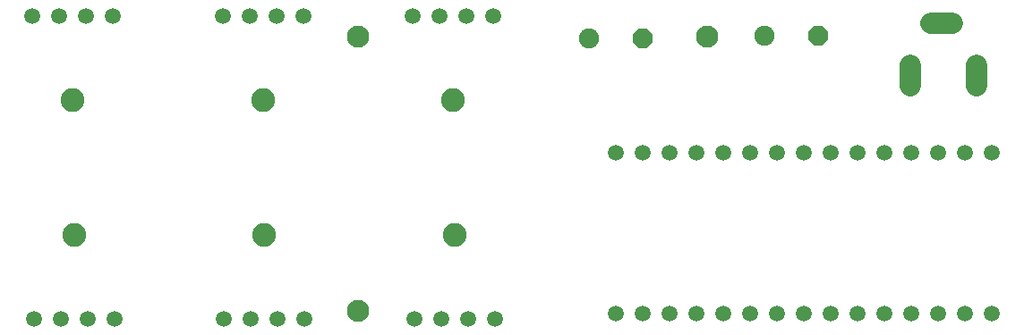
<source format=gbr>
G04 EAGLE Gerber RS-274X export*
G75*
%MOMM*%
%FSLAX34Y34*%
%LPD*%
%INSoldermask Bottom*%
%IPPOS*%
%AMOC8*
5,1,8,0,0,1.08239X$1,22.5*%
G01*
%ADD10C,2.100000*%
%ADD11C,1.500000*%
%ADD12C,1.905000*%
%ADD13P,2.061953X8X22.500000*%
%ADD14C,2.000000*%
%ADD15C,2.250000*%


D10*
X360000Y280000D03*
X690000Y280000D03*
X360000Y20000D03*
D11*
X488100Y300000D03*
X462700Y300000D03*
X437300Y300000D03*
X411900Y300000D03*
X604050Y170050D03*
X629450Y170050D03*
X654850Y170050D03*
X680250Y170050D03*
X705650Y170050D03*
X731050Y170050D03*
X756450Y170050D03*
X781850Y170050D03*
X807250Y170050D03*
X832650Y170050D03*
X858050Y170050D03*
X883450Y170050D03*
X908850Y170050D03*
X934250Y170050D03*
X959650Y170050D03*
X604050Y17650D03*
X629450Y17650D03*
X654850Y17650D03*
X680250Y17650D03*
X705650Y17650D03*
X731050Y17650D03*
X756450Y17650D03*
X781850Y17650D03*
X807250Y17650D03*
X832650Y17650D03*
X858050Y17650D03*
X883450Y17650D03*
X908850Y17650D03*
X934250Y17650D03*
X959650Y17650D03*
D12*
X744600Y280750D03*
D13*
X795400Y280750D03*
D12*
X578600Y278600D03*
D13*
X629400Y278600D03*
D11*
X308100Y300000D03*
X282700Y300000D03*
X257300Y300000D03*
X231900Y300000D03*
X128100Y300000D03*
X102700Y300000D03*
X77300Y300000D03*
X51900Y300000D03*
X53400Y12500D03*
X78800Y12500D03*
X104200Y12500D03*
X129600Y12500D03*
X233400Y12500D03*
X258800Y12500D03*
X284200Y12500D03*
X309600Y12500D03*
X413400Y12500D03*
X438800Y12500D03*
X464200Y12500D03*
X489600Y12500D03*
D14*
X882000Y233300D02*
X882000Y253300D01*
X945000Y253300D02*
X945000Y233300D01*
X922000Y293300D02*
X902000Y293300D01*
D15*
X450000Y220000D03*
X270000Y220000D03*
X90000Y220000D03*
X91500Y92500D03*
X271500Y92500D03*
X451500Y92500D03*
M02*

</source>
